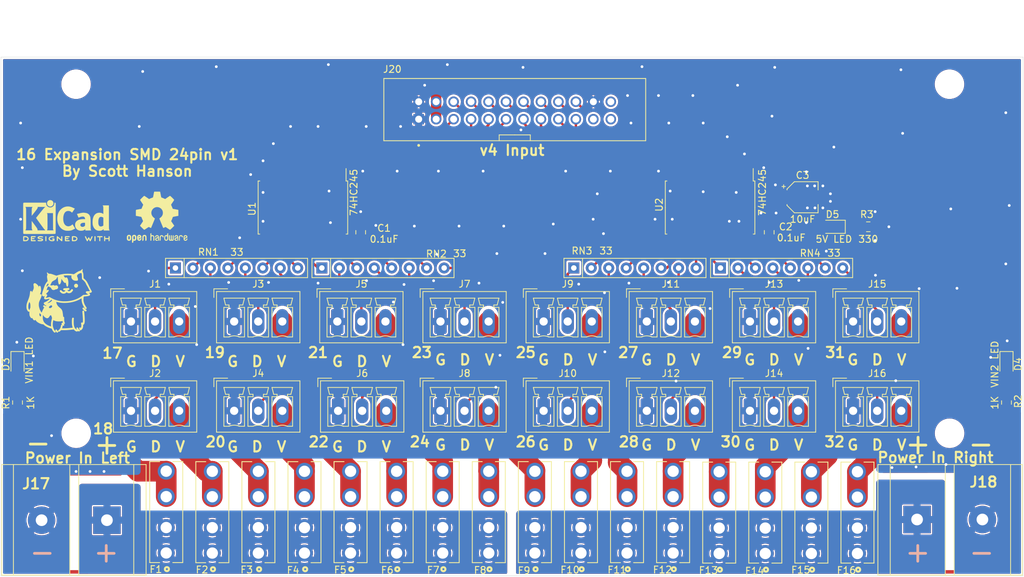
<source format=kicad_pcb>
(kicad_pcb (version 20211014) (generator pcbnew)
  (title_block (title "16 Expansion SMD 24pin") (date "2022-05-09") (rev "v1") (company "Scott Hanson"))
  (layers (0 "F.Cu" signal) (31 "B.Cu" signal) (34 "B.Paste" user) (35 "F.Paste" user) (36 "B.SilkS" user "B.Silkscreen") (37 "F.SilkS" user "F.Silkscreen") (38 "B.Mask" user) (39 "F.Mask" user) (44 "Edge.Cuts" user))
  (net 0 "")
  (net 1 "GND")
  (net 2 "+5V")
  (net 3 "Net-(RN1-Pad4)")
  (net 4 "Net-(RN1-Pad2)")
  (net 5 "Net-(RN2-Pad3)")
  (net 6 "Net-(RN2-Pad1)")
  (net 7 "Net-(RN1-Pad8)")
  (net 8 "Net-(RN1-Pad6)")
  (net 9 "Net-(RN2-Pad7)")
  (net 10 "Net-(RN2-Pad5)")
  (net 11 "VIN1")
  (net 12 "/Output 1-8/VOUT1")
  (net 13 "/Output 1-8/VOUT2")
  (net 14 "/Output 1-8/VOUT3")
  (net 15 "/Output 1-8/VOUT4")
  (net 16 "/Output 1-8/VOUT5")
  (net 17 "/Output 1-8/VOUT6")
  (net 18 "/Output 1-8/VOUT7")
  (net 19 "VIN2")
  (net 20 "/Output 1-8/VOUT8")
  (net 21 "/Output 9-16/VOUT9")
  (net 22 "/Output 9-16/VOUT10")
  (net 23 "/Output 9-16/VOUT11")
  (net 24 "/Output 9-16/VOUT12")
  (net 25 "/Output 9-16/VOUT13")
  (net 26 "/Output 9-16/VOUT14")
  (net 27 "/Output 9-16/VOUT15")
  (net 28 "/Output 9-16/VOUT16")
  (net 29 "/Output 1-8/DOUT1")
  (net 30 "/Output 1-8/DOUT2")
  (net 31 "/Output 1-8/DOUT3")
  (net 32 "/Output 1-8/DOUT4")
  (net 33 "/Output 1-8/DOUT5")
  (net 34 "/Output 1-8/DOUT6")
  (net 35 "/Output 1-8/DOUT7")
  (net 36 "/Output 1-8/DOUT8")
  (net 37 "/Output 9-16/DOUT9")
  (net 38 "/Output 9-16/DOUT10")
  (net 39 "/Output 9-16/DOUT11")
  (net 40 "/Output 9-16/DOUT12")
  (net 41 "/Output 9-16/DOUT13")
  (net 42 "/Output 9-16/DOUT14")
  (net 43 "/Output 9-16/DOUT15")
  (net 44 "/Output 9-16/DOUT16")
  (net 45 "Net-(RN3-Pad8)")
  (net 46 "Net-(RN3-Pad6)")
  (net 47 "Net-(RN3-Pad4)")
  (net 48 "Net-(RN3-Pad2)")
  (net 49 "Net-(RN4-Pad7)")
  (net 50 "Net-(RN4-Pad5)")
  (net 51 "Net-(RN4-Pad3)")
  (net 52 "Net-(RN4-Pad1)")
  (net 53 "OUT32")
  (net 54 "OUT24")
  (net 55 "OUT31")
  (net 56 "OUT23")
  (net 57 "OUT30")
  (net 58 "OUT22")
  (net 59 "OUT21")
  (net 60 "OUT20")
  (net 61 "OUT27")
  (net 62 "OUT19")
  (net 63 "OUT26")
  (net 64 "OUT18")
  (net 65 "OUT25")
  (net 66 "OUT17")
  (net 67 "OUT29")
  (net 68 "OUT28")
  (net 69 "Net-(D3-Pad2)")
  (net 70 "Net-(D4-Pad2)")
  (net 71 "Net-(D5-Pad1)")
  (footprint "Capacitor_SMD:C_0805_2012Metric_Pad1.15x1.40mm_HandSolder" (layer "F.Cu") (at 181.901 103.6178 90)
    (fp_text reference "C2")
    (fp_text value "0.1uF")
  )
  (footprint "Connector_Phoenix_MC:PhoenixContact_MCV_1,5_3-G-3.5_1x03_P3.50mm_Vertical" (layer "F.Cu") (at 89.1 129.6)
    (fp_text reference "J2")
    (fp_text value "String2")
  )
  (footprint "Connector_Phoenix_MC:PhoenixContact_MCV_1,5_3-G-3.5_1x03_P3.50mm_Vertical" (layer "F.Cu") (at 119.1 116.6)
    (fp_text reference "J5")
    (fp_text value "String5")
  )
  (footprint "Connector_Phoenix_MC:PhoenixContact_MCV_1,5_3-G-3.5_1x03_P3.50mm_Vertical" (layer "F.Cu") (at 119.214342 129.6)
    (fp_text reference "J6")
    (fp_text value "String6")
  )
  (footprint "Connector_Phoenix_MC:PhoenixContact_MCV_1,5_3-G-3.5_1x03_P3.50mm_Vertical" (layer "F.Cu") (at 134.1 116.6)
    (fp_text reference "J7")
    (fp_text value "String7")
  )
  (footprint "Connector_Phoenix_MC:PhoenixContact_MCV_1,5_3-G-3.5_1x03_P3.50mm_Vertical" (layer "F.Cu") (at 134.1 129.6)
    (fp_text reference "J8")
    (fp_text value "String8")
  )
  (footprint "Connector_Phoenix_MC:PhoenixContact_MCV_1,5_3-G-3.5_1x03_P3.50mm_Vertical" (layer "F.Cu") (at 149.1 116.6)
    (fp_text reference "J9")
    (fp_text value "String9")
  )
  (footprint "Connector_Phoenix_MC:PhoenixContact_MCV_1,5_3-G-3.5_1x03_P3.50mm_Vertical" (layer "F.Cu") (at 149.1 129.6)
    (fp_text reference "J10")
    (fp_text value "String10")
  )
  (footprint "Connector_Phoenix_MC:PhoenixContact_MCV_1,5_3-G-3.5_1x03_P3.50mm_Vertical" (layer "F.Cu") (at 164.1 116.6)
    (fp_text reference "J11")
    (fp_text value "String11")
  )
  (footprint "Connector_Phoenix_MC:PhoenixContact_MCV_1,5_3-G-3.5_1x03_P3.50mm_Vertical" (layer "F.Cu") (at 164.1 129.6)
    (fp_text reference "J12")
    (fp_text value "String12")
  )
  (footprint "Connector_Phoenix_MC:PhoenixContact_MCV_1,5_3-G-3.5_1x03_P3.50mm_Vertical" (layer "F.Cu") (at 179.1 116.6)
    (fp_text reference "J13")
    (fp_text value "String13")
  )
  (footprint "Connector_Phoenix_MC:PhoenixContact_MCV_1,5_3-G-3.5_1x03_P3.50mm_Vertical" (layer "F.Cu") (at 179.1 129.6)
    (fp_text reference "J14")
    (fp_text value "String14")
  )
  (footprint "Connector_Phoenix_MC:PhoenixContact_MCV_1,5_3-G-3.5_1x03_P3.50mm_Vertical" (layer "F.Cu") (at 194.1 116.6)
    (fp_text reference "J15")
    (fp_text value "String15")
  )
  (footprint "Connector_Phoenix_MC:PhoenixContact_MCV_1,5_3-G-3.5_1x03_P3.50mm_Vertical" (layer "F.Cu") (at 194.1 129.6)
    (fp_text reference "J16")
    (fp_text value "String16")
  )
  (footprint "Keystone_Fuse:FUSE_3544-2" (layer "F.Cu") (at 94.2226 144.3386 90)
    (fp_text reference "F1")
    (fp_text value "3544-2")
  )
  (footprint "Keystone_Fuse:FUSE_3544-2" (layer "F.Cu") (at 134.425198 144.3486 90)
    (fp_text reference "F7")
    (fp_text value "3544-2")
  )
  (footprint "Keystone_Fuse:FUSE_3544-2" (layer "F.Cu") (at 181.328229 144.4136 90)
    (fp_text reference "F14")
    (fp_text value "3544-2")
  )
  (footprint "Capacitor_SMD:C_0805_2012Metric_Pad1.15x1.40mm_HandSolder" (layer "F.Cu") (at 122.501 103.6178 90)
    (fp_text reference "C1")
    (fp_text value "0.1uF")
  )
  (footprint "Keystone_Fuse:FUSE_3544-2" (layer "F.Cu") (at 100.923033 144.3536 90)
    (fp_text reference "F2")
    (fp_text value "3544-2")
  )
  (footprint "Keystone_Fuse:FUSE_3544-2" (layer "F.Cu") (at 127.724765 144.3486 90)
    (fp_text reference "F6")
    (fp_text value "3544-2")
  )
  (footprint "Keystone_Fuse:FUSE_3544-2" (layer "F.Cu") (at 141.125631 144.3486 90)
    (fp_text reference "F8")
    (fp_text value "3544-2")
  )
  (footprint "Keystone_Fuse:FUSE_3544-2" (layer "F.Cu") (at 147.826064 144.3486 90)
    (fp_text reference "F9")
    (fp_text value "3544-2")
  )
  (footprint "Keystone_Fuse:FUSE_3544-2" (layer "F.Cu") (at 154.526497 144.3486 90)
    (fp_text reference "F10")
    (fp_text value "3544-2")
  )
  (footprint "Keystone_Fuse:FUSE_3544-2" (layer "F.Cu") (at 194.7291 144.4136 90)
    (fp_text reference "F16")
    (fp_text value "3544-2")
  )
  (footprint "Keystone_Fuse:FUSE_3544-2" (layer "F.Cu") (at 121.024332 144.3486 90)
    (fp_text reference "F5")
    (fp_text value "3544-2")
  )
  (footprint "Keystone_Fuse:FUSE_3544-2" (layer "F.Cu") (at 107.623466 144.3536 90)
    (fp_text reference "F3")
    (fp_text value "3544-2")
  )
  (footprint "Keystone_Fuse:FUSE_3544-2" (layer "F.Cu") (at 174.627796 144.4136 90)
    (fp_text reference "F13")
    (fp_text value "3544-2")
  )
  (footprint "Resistor_THT:R_Array_SIP8" (layer "F.Cu") (at 95.5615 108.8136)
    (fp_text reference "RN1")
    (fp_text value "33")
  )
  (footprint "Keystone_Fuse:FUSE_3544-2" (layer "F.Cu") (at 161.22693 144.3486 90)
    (fp_text reference "F11")
    (fp_text value "3544-2")
  )
  (footprint "Resistor_THT:R_Array_SIP8" (layer "F.Cu") (at 153.4862 108.8136)
    (fp_text reference "RN3")
    (fp_text value "33")
  )
  (footprint "Resistor_THT:R_Array_SIP8" (layer "F.Cu") (at 174.8126 108.8136)
    (fp_text reference "RN4")
    (fp_text value "33")
  )
  (footprint "Resistor_THT:R_Array_SIP8" (layer "F.Cu") (at 116.8527 108.8136)
    (fp_text reference "RN2")
    (fp_text value "33")
  )
  (footprint "Keystone_Fuse:FUSE_3544-2" (layer "F.Cu") (at 114.323899 144.3536 90)
    (fp_text reference "F4")
    (fp_text value "3544-2")
  )
  (footprint "Connector_Phoenix_MC:PhoenixContact_MCV_1,5_3-G-3.5_1x03_P3.50mm_Vertical" (layer "F.Cu") (at 89.1 116.6)
    (fp_text reference "J1")
    (fp_text value "String1")
  )
  (footprint "Connector_Phoenix_MC:PhoenixContact_MCV_1,5_3-G-3.5_1x03_P3.50mm_Vertical" (layer "F.Cu") (at 104.1 116.6)
    (fp_text reference "J3")
    (fp_text value "String3")
  )
  (footprint "Connector_Phoenix_MC:PhoenixContact_MCV_1,5_3-G-3.5_1x03_P3.50mm_Vertical" (layer "F.Cu") (at 104.1 129.6)
    (fp_text reference "J4")
    (fp_text value "String4")
  )
  (footprint "Keystone_Fuse:FUSE_3544-2" (layer "F.Cu") (at 188.028662 144.4136 90)
    (fp_text reference "F15")
    (fp_text value "3544-2")
  )
  (footprint "Keystone_Fuse:FUSE_3544-2" (layer "F.Cu") (at 167.927363 144.3486 90)
    (fp_text reference "F12")
    (fp_text value "3544-2")
  )
  (footprint "MountingHole:MountingHole_3.7mm" (layer "F.Cu") (at 81.113 82.0666)
    (fp_text reference "REF**")
    (fp_text value "MountingHole_3.7mm")
  )
  (footprint "MountingHole:MountingHole_3.7mm" (layer "F.Cu") (at 208.113 82.0666)
    (fp_text reference "REF**")
    (fp_text value "MountingHole_3.7mm")
  )
  (footprint "LED_SMD:LED_0805_2012Metric_Pad1.15x1.40mm_HandSolder" (layer "F.Cu") (at 72.601 122.831 -90)
    (fp_text reference "D3")
    (fp_text value "VIN1 LED")
  )
  (footprint "Resistor_SMD:R_0805_2012Metric_Pad1.15x1.40mm_HandSolder" (layer "F.Cu") (at 72.601 128.392 -90)
    (fp_text reference "R1")
    (fp_text value "1K")
  )
  (footprint "LED_SMD:LED_0805_2012Metric_Pad1.15x1.40mm_HandSolder" (layer "F.Cu") (at 191.101 102.8178 180)
    (fp_text reference "D5")
    (fp_text value "5V LED")
  )
  (footprint "Resistor_SMD:R_0805_2012Metric_Pad1.15x1.40mm_HandSolder" (layer "F.Cu") (at 196.301 102.8178 180)
    (fp_text reference "R3")
    (fp_text value "330")
  )
  (footprint "Symbol:OSHW-Logo2_9.8x8mm_SilkScreen" (layer "F.Cu") (at 92.901 101.4178)
    (fp_text reference "REF**" hide)
    (fp_text value "OSHW-Logo2_9.8x8mm_SilkScreen" hide)
  )
  (footprint "Symbol:KiCad-Logo2_5mm_SilkScreen" (layer "F.Cu") (at 79.701 101.9178)
    (fp_text reference "REF**" hide)
    (fp_text value "KiCad-Logo2_5mm_SilkScreen" hide)
  )
  (footprint "Barrier_Blocks:BARRIER_BLOCK_1ROW_2POS_P9.5MM" (layer "F.Cu") (at 91.301 137.4178 180)
    (fp_text reference "J17")
    (fp_text value "Power In Left")
  )
  (footprint "MountingHole:MountingHole_3.7mm" (layer "F.Cu") (at 208.1276 132.8666)
    (fp_text reference "REF**")
    (fp_text value "MountingHole_3.7mm")
  )
  (footprint "Barrier_Blocks:BARRIER_BLOCK_1ROW_2POS_P9.5MM" (layer "F.Cu") (at 197.701 153.5178)
    (fp_text reference "J18")
    (fp_text value "Power In Right")
  )
  (footprint "Resistor_SMD:R_0805_2012Metric_Pad1.15x1.40mm_HandSolder" (layer "F.Cu") (at 216.401 128.392 -90)
    (fp_text reference "R2")
    (fp_text value "1K")
  )
  (footprint "LED_SMD:LED_0805_2012Metric_Pad1.15x1.40mm_HandSolder" (layer "F.Cu") (at 216.401 122.831 -90)
    (fp_text reference "D4")
    (fp_text value "VIN2 LED")
  )
  (footprint "302-S241:OST_302-S241" (layer "F.Cu") (at 144.901 85.8903)
    (fp_text reference "J20")
    (fp_text value "v4 Input")
  )
  (footprint "Package_SO:SOIC-20W_7.5x12.8mm_P1.27mm" (layer "F.Cu") (at 173.301 100.0178 -90)
    (fp_text reference "U2")
    (fp_text value "74HC245")
  )
  (footprint "Package_SO:SOIC-20W_7.5x12.8mm_P1.27mm" (layer "F.Cu") (at 114.101 100.0178 -90)
    (fp_text reference "U1")
    (fp_text value "74HC245")
  )
  (footprint "Scotts:chewi_15" (layer "F.Cu") (at 78.441 112.4378)
    (fp_text reference "G***")
    (fp_text value "LOGO" hide)
  )
  (footprint "MountingHole:MountingHole_3.7mm" (layer "F.Cu") (at 81.1276 132.8666)
    (fp_text reference "REF**")
    (fp_text value "MountingHole_3.7mm")
  )
  (footprint "Capacitor_SMD:CP_Elec_4x5.3" (layer "F.Cu") (at 186.751 98.5178)
    (fp_text reference "C3")
    (fp_text value "10uF")
  )
  (gr_line (start 218.801 153.6178) (end 218.801 78.1178) (layer "Edge.Cuts") (width 0.05))
  (gr_line (start 70.201 78.1178) (end 70.201 153.6178) (layer "Edge.Cuts") (width 0.05))
  (gr_line (start 218.801 78.1178) (end 70.201 78.1178) (layer "Edge.Cuts") (width 0.05))
  (gr_line (start 218.801 153.6178) (end 70.201 153.6178) (layer "Edge.Cuts") (width 0.05))
  (gr_text "-" (at 76.201 150.1178) (layer "B.SilkS") (effects (font (size 3 3) (thickness 0.4)) (justify mirror)))
  (gr_text "+" (at 85.501 150.1178) (layer "B.SilkS") (effects (font (size 3 3) (thickness 0.4)) (justify mirror)))
  (gr_text "+" (at 203.501 150.1178) (layer "B.SilkS") (effects (font (size 3 3) (thickness 0.4)) (justify mirror)))
  (gr_text "-" (at 212.801 150.1178) (layer "B.SilkS") (effects (font (size 3 3) (thickness 0.4)) (justify mirror)))
  (gr_text "G" (at 103.886 134.828) (layer "F.SilkS") (effects (font (size 1.5 1.5) (thickness 0.3))))
  (gr_text "D" (at 122.682 134.828) (layer "F.SilkS") (effects (font (size 1.5 1.5) (thickness 0.3))))
  (gr_text "V" (at 171.196 134.574) (layer "F.SilkS") (effects (font (size 1.5 1.5) (thickness 0.3))))
  (gr_text "D" (at 167.64 134.574) (layer "F.SilkS") (effects (font (size 1.5 1.5) (thickness 0.3))))
  (gr_text "V" (at 186.182 134.574) (layer "F.SilkS") (effects (font (size 1.5 1.5) (thickness 0.3))))
  (gr_text "G" (at 119.126 134.828) (layer "F.SilkS") (effects (font (size 1.5 1.5) (thickness 0.3))))
  (gr_text "G" (at 179.07 134.574) (layer "F.SilkS") (effects (font (size 1.5 1.5) (thickness 0.3))))
  (gr_text "V" (at 201.168 134.574) (layer "F.SilkS") (effects (font (size 1.5 1.5) (thickness 0.3))))
  (gr_text "D" (at 197.612 134.574) (layer "F.SilkS") (effects (font (size 1.5 1.5) (thickness 0.3))))
  (gr_text "G" (at 194.056 134.574) (layer "F.SilkS") (effects (font (size 1.5 1.5) (thickness 0.3))))
  (gr_text "D" (at 137.668 134.574) (layer "F.SilkS") (effects (font (size 1.5 1.5) (thickness 0.3))))
  (gr_text "D" (at 107.442 134.828) (layer "F.SilkS") (effects (font (size 1.5 1.5) (thickness 0.3))))
  (gr_text "D" (at 182.626 134.574) (layer "F.SilkS") (effects (font (size 1.5 1.5) (thickness 0.3))))
  (gr_text "V" (at 96.266 134.828) (layer "F.SilkS") (effects (font (size 1.5 1.5) (thickness 0.3))))
  (gr_text "V" (at 156.21 134.574) (layer "F.SilkS") (effects (font (size 1.5 1.5) (thickness 0.3))))
  (gr_text "G" (at 149.098 134.574) (layer "F.SilkS") (effects (font (size 1.5 1.5) (thickness 0.3))))
  (gr_text "G" (at 134.112 134.574) (layer "F.SilkS") (effects (font (size 1.5 1.5) (thickness 0.3))))
  (gr_text "V" (at 110.998 134.828) (layer "F.SilkS") (effects (font (size 1.5 1.5) (thickness 0.3))))
  (gr_text "G" (at 89.154 134.828) (layer "F.SilkS") (effects (font (size 1.5 1.5) (thickness 0.3))))
  (gr_text "D" (at 92.71 134.828) (layer "F.SilkS") (effects (font (size 1.5 1.5) (thickness 0.3))))
  (gr_text "V" (at 141.224 134.574) (layer "F.SilkS") (effects (font (size 1.5 1.5) (thickness 0.3))))
  (gr_text "V" (at 126.238 134.828) (layer "F.SilkS") (effects (font (size 1.5 1.5) (thickness 0.3))))
  (gr_text "D" (at 152.654 134.574) (layer "F.SilkS") (effects (font (size 1.5 1.5) (thickness 0.3))))
  (gr_text "G" (at 164.084 134.574) (layer "F.SilkS") (effects (font (size 1.5 1.5) (thickness 0.3))))
  (gr_text "D" (at 92.71 122.428) (layer "F.SilkS") (effects (font (size 1.5 1.5) (thickness 0.3))))
  (gr_text "G" (at 89.154 122.428) (layer "F.SilkS") (effects (font (size 1.5 1.5) (thickness 0.3))))
  (gr_text "V" (at 96.266 122.428) (layer "F.SilkS") (effects (font (size 1.5 1.5) (thickness 0.3))))
  (gr_text "+" (at 203.541 134.3658) (layer "F.SilkS") (effects (font (size 3 3) (thickness 0.4))))
  (gr_text "${TITLE} ${REVISION}\nBy ${COMPANY}\n" (at 88.551 93.5178) (layer "F.SilkS") (effects (font (size 1.5 1.5) (thickness 0.3))))
  (gr_text "17" (at 86.401 121.2178) (layer "F.SilkS") (effects (font (size 1.5 1.5) (thickness 0.3))))
  (gr_text "22" (at 116.401 134.1178) (layer "F.SilkS") (effects (font (size 1.5 1.5) (thickness 0.3))))
  (gr_text "31" (at 191.501 121.1178) (layer "F.SilkS") (effects (font (size 1.5 1.5) (thickness 0.3))))
  (gr_text "V" (at 110.998 122.428) (layer "F.SilkS") (effects (font (size 1.5 1.5) (thickness 0.3))))
  (gr_text "-" (at 212.685 134.3658) (layer "F.SilkS") (effects (font (size 3 3) (thickness 0.4))))
  (gr_text "23" (at 131.401 121.1178) (layer "F.SilkS") (effects (font (size 1.5 1.5) (thickness 0.3))))
  (gr_text "V" (at 126.238 122.428) (layer "F.SilkS") (effects (font (size 1.5 1.5) (thickness 0.3))))
  (gr_text "25" (at 146.501 121.1178) (layer "F.SilkS") (effects (font (size 1.5 1.5) (thickness 0.3))))
  (gr_text "V" (at 141.224 122.174) (layer "F.SilkS") (effects (font (size 1.5 1.5) (thickness 0.3))))
  (gr_text "G" (at 164.084 122.174) (layer "F.SilkS") (effects (font (size 1.5 1.5) (thickness 0.3))))
  (gr_text "D" (at 197.612 122.174) (layer "F.SilkS") (effects (font (size 1.5 1.5) (thickness 0.3))))
  (gr_text "18" (at 85.051 132.2178) (layer "F.SilkS") (effects (font (size 1.5 1.5) (thickness 0.3))))
  (gr_text "G" (at 194.056 122.174) (layer "F.SilkS") (effects (font (size 1.5 1.5) (thickness 0.3))))
  (gr_text "G" (at 179.07 122.174) (layer "F.SilkS") (effects (font (size 1.5 1.5) (thickness 0.3))))
  (gr_text "29" (at 176.501 121.1178) (layer "F.SilkS") (effects (font (size 1.5 1.5) (thickness 0.3))))
  (gr_text "27" (at 161.401 121.1178) (layer "F.SilkS") (effects (font (size 1.5 1.5) (thickness 0.3))))
  (gr_text "30" (at 176.301 134.1178) (layer "F.SilkS") (effects (font (size 1.5 1.5) (thickness 0.3))))
  (gr_text "+" (at 85.601 134.4178) (layer "F.SilkS") (effects (font (size 3 3) (thickness 0.4))))
  (gr_text "V" (at 156.21 122.174) (layer "F.SilkS") (effects (font (size 1.5 1.5) (thickness 0.3))))
  (gr_text "D" (at 152.654 122.174) (layer "F.SilkS") (effects (font (size 1.5 1.5) (thickness 0.3))))
  (gr_text "D" (at 107.442 122.428) (layer "F.SilkS") (effects (font (size 1.5 1.5) (thickness 0.3))))
  (gr_text "V" (at 186.182 122.174) (layer "F.SilkS") (effects (font (size 1.5 1.5) (thickness 0.3))))
  (gr_text "G" (at 119.126 122.428) (layer "F.SilkS") (effects (font (size 1.5 1.5) (thickness 0.3))))
  (gr_text "26" (at 146.501 134.1178) (layer "F.SilkS") (effects (font (size 1.5 1.5) (thickness 0.3))))
  (gr_text "-" (at 75.601 134.2178) (layer "F.SilkS") (effects (font (size 3 3) (thickness 0.4))))
  (gr_text "G" (at 134.112 122.174) (layer "F.SilkS") (effects (font (size 1.5 1.5) (thickness 0.3))))
  (gr_text "V" (at 171.196 122.174) (layer "F.SilkS") (effects (font (size 1.5 1.5) (thickness 0.3))))
  (gr_text "D" (at 122.682 122.428) (layer "F.SilkS") (effects (font (size 1.5 1.5) (thickness 0.3))))
  (gr_text "28" (at 161.501 134.1178) (layer "F.SilkS") (effects (font (size 1.5 1.5) (thickness 0.3))))
  (gr_text "21" (at 116.301 121.1178) (layer "F.SilkS") (effects (font (size 1.5 1.5) (thickness 0.3))))
  (gr_text "D" (at 182.626 122.174) (layer "F.SilkS") (effects (font (size 1.5 1.5) (thickness 0.3))))
  (gr_text "D" (at 167.64 122.174) (layer "F.SilkS") (effects (font (size 1.5 1.5) (thickness 0.3))))
  (gr_text "32" (at 191.401 134.1178) (layer "F.SilkS") (effects (font (size 1.5 1.5) (thickness 0.3))))
  (gr_text "24" (at 131.101 134.1178) (layer "F.SilkS") (effects (font (size 1.5 1.5) (thickness 0.3))))
  (gr_text "D" (at 137.668 122.174) (layer "F.SilkS") (effects (font (size 1.5 1.5) (thickness 0.3))))
  (gr_text "V" (at 201.168 122.174) (layer "F.SilkS") (effects (font (size 1.5 1.5) (thickness 0.3))))
  (gr_text "20" (at 101.401 134.1178) (layer "F.SilkS") (effects (font (size 1.5 1.5) (thickness 0.3))))
  (gr_text "G" (at 103.886 122.428) (layer "F.SilkS") (effects (font (size 1.5 1.5) (thickness 0.3))))
  (gr_text "19" (at 101.301 121.1178) (layer "F.SilkS") (effects (font (size 1.5 1.5) (thickness 0.3))))
  (gr_text "G" (at 149.098 122.174) (layer "F.SilkS") (effects (font (size 1.5 1.5) (thickness 0.3))))
  (via (at 98.651 119.9678) (size 0.8) (drill 0.4) (layers "F.Cu" "B.Cu") (net 1))
  (via (at 158.001 121.0178) (size 0.8) (drill 0.4) (layers "F.Cu" "B.Cu") (net 1))
  (via (at 177.101 97.8178) (size 0.8) (drill 0.4) (layers "F.Cu" "B.Cu") (net 1))
  (via (at 203.701 111.8178) (size 0.8) (drill 0.4) (layers "F.Cu" "B.Cu") (net 1))
  (via (at 216.301 108.2178) (size 0.8) (drill 0.4) (layers "F.Cu" "B.Cu") (net 1))
  (via (at 161.301 83.7178) (size 0.8) (drill 0.4) (layers "F.Cu" "B.Cu") (net 1))
  (via (at 123.351 110.6678) (size 0.8) (drill 0.4) (layers "F.Cu" "B.Cu") (net 1))
  (via (at 123.301 88.2178) (size 0.8) (drill 0.4) (layers "F.Cu" "B.Cu") (net 1))
  (via (at 73.051 101.7178) (size 0.8) (drill 0.4) (layers "F.Cu" "B.Cu") (net 1))
  (via (at 146.101 79.6178) (size 0.8) (drill 0.4) (layers "F.Cu" "B.Cu") (net 1))
  (via (at 116.301 88.2178) (size 0.8) (drill 0.4) (layers "F.Cu" "B.Cu") (net 1))
  (via (at 108.301 93.2178) (size 0.8) (drill 0.4) (layers "F.Cu" "B.Cu") (net 1))
  (via (at 84.551 110.2178) (size 0.8) (drill 0.4) (layers "F.Cu" "B.Cu") (net 1))
  (via (at 187.451 96.8678) (size 0.8) (drill 0.4) (layers "F.Cu" "B.Cu") (net 1))
  (via (at 133.551 106.8178) (size 0.8) (drill 0.4) (layers "F.Cu" "B.Cu") (net 1))
  (via (at 167.251 110.9178) (size 0.8) (drill 0.4) (layers "F.Cu" "B.Cu") (net 1))
  (via (at 136.801 102.7178) (size 0.8) (drill 0.4) (layers "F.Cu" "B.Cu") (net 1))
  (via (at 182.701 79.6178) (size 0.8) (drill 0.4) (layers "F.Cu" "B.Cu") (net 1))
  (via (at 189.701 100.0678) (size 0.8) (drill 0.4) (layers "F.Cu" "B.Cu") (net 1))
  (via (at 142.151 126.1678) (size 0.8) (drill 0.4) (layers "F.Cu" "B.Cu") (net 1))
  (via (at 124.701 102.6178) (size 0.8) (drill 0.4) (layers "F.Cu" "B.Cu") (net 1))
  (via (at 199.301 102.8178) (size 0.8) (drill 0.4) (layers "F.Cu" "B.Cu") (net 1))
  (via (at 178.301 92.2178) (size 0.8) (drill 0.4) (layers "F.Cu" "B.Cu") (net 1))
  (via (at 216.301 86.2178) (size 0.8) (drill 0.4) (layers "F.Cu" "B.Cu") (net 1))
  (via (at 154.201 111.1678) (size 0.8) (drill 0.4) (layers "F.Cu" "B.Cu") (net 1))
  (via (at 197.351 109.8678) (size 0.8) (drill 0.4) (layers "F.Cu" "B.Cu") (net 1))
  (via (at 156.901 98.0178) (size 0.8) (drill 0.4) (layers "F.Cu" "B.Cu") (net 1))
  (via (at 173.301 114.7178) (size 0.8) (drill 0.4) (layers "F.Cu" "B.Cu") (net 1))
  (via (at 108.301 102.0178) (size 0.8) (drill 0.4) (layers "F.Cu" "B.Cu") (net 1))
  (via (at 189.701 96.8678) (size 0.8) (drill 0.4) (layers "F.Cu" "B.Cu") (net 1))
  (via (at 161.801 87.7178) (size 0.8) (drill 0.4) (layers "F.Cu" "B.Cu") (net 1))
  (via (at 90.801 80.2178) (size 0.8) (drill 0.4) (layers "F.Cu" "B.Cu") (net 1))
  (via (at 81.113 138.4298) (size 0.8) (drill 0.4) (layers "F.Cu" "B.Cu") (net 1))
  (via (at 175.801 89.7178) (size 0.8) (drill 0.4) (layers "F.Cu" "B.Cu") (net 1))
  (via (at 170.801 83.7178) (size 0.8) (drill 0.4) (layers "F.Cu" "B.Cu") (net 1))
  (via (at 150.501 102.4178) (size 0.8) (drill 0.4) (layers "F.Cu" "B.Cu") (net 1))
  (via (at 116.301 111.0178) (size 0.8) (drill 0.4) (layers "F.Cu" "B.Cu") (net 1))
  (via (at 216.501 119.4178) (size 0.8) (drill 0.4) (layers "F.Cu" "B.Cu") (net 1))
  (via (at 203.251 137.7678) (size 0.8) (drill 0.4) (layers "F.Cu" "B.Cu") (net 1))
  (via (at 135.101 79.2178) (size 0.8) (drill 0.4) (layers "F.Cu" "B.Cu") (net 1))
  (via (at 108.301 97.8178) (size 0.8) (drill 0.4) (layers "F.Cu" "B.Cu") (net 1))
  (via (at 161.501 111.0178) (size 0.8) (drill 0.4) (layers "F.Cu" "B.Cu") (net 1))
  (via (at 73.301 109.2178) (size 0.8) (drill 0.4) (layers "F.Cu" "B.Cu") (net 1))
  (via (at 216.801 99.7178) (size 0.8) (drill 0.4) (layers "F.Cu" "B.Cu") (net 1))
  (via (at 133.801 94.7178) (size 0.8) (drill 0.4) (layers "F.Cu" "B.Cu") (net 1))
  (via (at 197.301 104.8178) (size 0.8) (drill 0.4) (layers "F.Cu" "B.Cu") (net 1))
  (via (at 133.101 110.6678) (size 0.8) (drill 0.4) (layers "F.Cu" "B.Cu") (net 1))
  (via (at 145.801 88.7178) (size 0.8) (drill 0.4) (layers "F.Cu" "B.Cu") (net 1))
  (via (at 109.801 90.7178) (size 0.8) (drill 0.4) (layers "F.Cu" "B.Cu") (net 1))
  (via (at 188.501 96.8678) (size 0.8) (drill 0.4) (layers "F.Cu" "B.Cu") (net 1))
  (via (at 156.301 101.7178) (size 0.8) (drill 0.4) (layers "F.Cu" "B.Cu") (net 1))
  (via (at 128.301 88.2178) (size 0.8) (drill 0.4) (layers "F.Cu" "B.Cu") (net 1))
  (via (at 109.101 110.9178) (size 0.8) (drill 0.4) (layers "F.Cu" "B.Cu") (net 1))
  (via (at 176.101 102.0178) (size 0.8) (drill 0.4) (layers "F.Cu" "B.Cu") (net 1))
  (via (at 201.301 89.2178) (size 0.8) (drill 0.4) (layers "F.Cu" "B.Cu") (net 1))
  (via (at 143.301 102.7178) (size 0.8) (drill 0.4) (layers "F.Cu" "B.Cu") (net 1))
  (via (at 181.101 94.2178) (size 0.8) (drill 0.4) (layers "F.Cu" "B.Cu") (net 1))
  (via (at 167.801 101.7178) (size 0.8) (drill 0.4) (layers "F.Cu" "B.Cu") (net 1))
  (via (at 149.301 106.7178) (size 0.8) (drill 0.4) (layers "F.Cu" "B.Cu") (net 1))
  (via (at 130.301 102.7178) (size 0.8) (drill 0.4) (layers "F.Cu" "B.Cu") (net 1))
  (via (at 188.551 100.0678) (size 0.8) (drill 0.4) (layers "F.Cu" "B.Cu") (net 1))
  (via (at 186.201 110.6178) (size 0.8) (drill 0.4) (layers "F.Cu" "B.Cu") (net 1))
  (via (at 201.051 79.9678) (size 0.8) (drill 0.4) (layers "F.Cu" "B.Cu") (net 1))
  (via (at 73.051 87.7178) (size 0.8) (drill 0.4) (layers "F.Cu" "B.Cu") (net 1))
  (via (at 94.601 111.1678) (size 0.8) (drill 0.4) (layers "F.Cu" "B.Cu") (net 1))
  (via (at 72.501 119.6178) (size 0.8) (drill 0.4) (layers "F.Cu" "B.Cu") (net 1))
  (via (at 165.301 101.7178) (size 0.8) (drill 0.4) (layers "F.Cu" "B.Cu") (net 1))
  (via (at 127.251 113.7678) (size 0.8) (drill 0.4) (layers "F.Cu" "B.Cu") (net 1))
  (via (at 180.701 100.8178) (size 0.8) (drill 0.4) (layers "F.Cu" "B.Cu") (net 1))
  (via (at 191.301 91.2178) (size 0.8) (drill 0.4) (layers "F.Cu" "B.Cu") (net 1))
  (via (at 165.801 94.7178) (size 0.8) (drill 0.4) (layers "F.Cu" "B.Cu") (net 1))
  (via (at 127.801 94.7178) (size 0.8) (drill 0.4) (layers "F.Cu" "B.Cu") (net 1))
  (via (at 187.301 102.2178) (size 0.8) (drill 0.4) (layers "F.Cu" "B.Cu") (net 1))
  (via (at 182.901 100.8178) (size 0.8) (drill 0.4) (layers "F.Cu" "B.Cu") (net 1))
  (via (at 118.101 102.2178) (size 0.8) (drill 0.4) (layers "F.Cu" "B.Cu") (net 1))
  (via (at 209.201 111.7678) (size 0.8) (drill 0.4) (layers "F.Cu" "B.Cu") (net 1))
  (via (at 104.901 104.4178) (size 0.8) (drill 0.4) (layers "F.Cu" "B.Cu") (net 1))
  (via (at 207.605 137.4138) (size 0.8) (drill 0.4) (layers "F.Cu" "B.Cu") (net 1))
  (via (at 139.701 111.0178) (size 0.8) (drill 0.4) (layers "F.Cu" "B.Cu") (net 1))
  (via (at 98.451 114.4178) (size 0.8) (drill 0.4) (layers "F.Cu" "B.Cu") (net 1))
  (via (at 157.951 112.4178) (size 0.8) (drill 0.4) (layers "F.Cu" "B.Cu") (net 1))
  (via (at 187.551 120.5178) (size 0.8) (drill 0.4) (layers "F.Cu" "B.Cu") (net 1))
  (via (at 140.301 94.7178) (size 0.8) (drill 0.4) (layers "F.Cu" "B.Cu") (net 1))
  (via (at 187.451 100.0678) (size 0.8) (drill 0.4) (layers "F.Cu" "B.Cu") (net 1))
  (via (at 181.901 110.9178) (size 0.8) (drill 0.4) (layers "F.Cu" "B.Cu") (net 1))
  (via (at 106.501 95.2178) (size 0.8) (drill 0.4) (layers "F.Cu" "B.Cu") (net 1))
  (via (at 143.151 113.8178) (size 0.8) (drill 0.4) (layers "F.Cu" "B.Cu") (net 1))
  (via (at 167.501 97.6178) (size 0.8) (drill 0.4) (layers "F.Cu" "B.Cu") (net 1))
  (via (at 128.651 119.9678) (size 0.8) (drill 0.4) (layers "F.Cu" "B.Cu") (net 1))
  (via (at 190.801 99.1178) (size 0.8) (drill 0.4) (layers "F.Cu" "B.Cu") (net 1))
  (via (at 168.351 125.2678) (size 0.8) (drill 0.4) (layers "F.Cu" "B.Cu") (net 1))
  (via (at 167.301 87.7178) (size 0.8) (drill 0.4) (layers "F.Cu" "B.Cu") (net 1))
  (via (at 74.901 121.6178) (size 0.8) (drill 0.4) (layers "F.Cu" "B.Cu") (net 1))
  (via (at 142.751 121.5178) (size 0.8) (drill 0.4) (layers "F.Cu" "B.Cu") (net 1))
  (via (at 117.801 79.2178) (size 0.8) (drill 0.4) (layers "F.Cu" "B.Cu") (net 1))
  (via (at 165.801 83.7178) (size 0.8) (drill 0.4) (layers "F.Cu" "B.Cu") (net 1))
  (via (at 158.801 94.7178) (size 0.8) (drill 0.4) (layers "F.Cu" "B.Cu") (net 1))
  (via (at 172.301 87.7178) (size 0.8) (drill 0.4) (layers "F.Cu" "B.Cu") (net 1))
  (via (at 128.801 111.2178) (size 0.8) (drill 0.4) (layers "F.Cu" "B.Cu") (net 1))
  (via (at 157.801 103.8178) (size 0.8) (drill 0.4) (layers "F.Cu" "B.Cu") (net 1))
  (via (at 182.301 86.7178) (size 0.8) (drill 0.4) (layers "F.Cu" "B.Cu") (net 1))
  (via (at 190.201 106.3678) (size 0.8) (drill 0.4) (layers "F.Cu" "B.Cu") (net 1))
  (via (at 122.801 94.7178) (size 0.8) (drill 0.4) (layers "F.Cu" "B.Cu") (net 1))
  (via (at 172.301 97.7178) (size 0.8) (drill 0.4) (layers "F.Cu" "B.Cu") (net 1))
  (via (at 101.501 79.5178) (size 0.8) (drill 0.4) (layers "F.Cu" "B.Cu") (net 1))
  (via (at 83.145 138.4298) (size 0.8) (drill 0.4) (layers "F.Cu" "B.Cu") (net 1))
  (via (at 182.801 96.7178) (size 0.8) (drill 0.4) (layers "F.Cu" "B.Cu") (net 1))
  (via (at 208.301 100.2178) (size 0.8) (drill 0.4) (layers "F.Cu" "B.Cu") (net 1))
  (via (at 73.301 94.2178) (size 0.8) (drill 0.4) (layers "F.Cu" "B.Cu") (net 1))
  (via (at 163.401 79.5178) (size 0.8) (drill 0.4) (layers "F.Cu" "B.Cu") (net 1))
  (via (at 199.751 137.8678) (size 0.8) (drill 0.4) (layers "F.Cu" "B.Cu") (net 1))
  (via (at 90.301 88.2178) (size 0.8) (drill 0.4) (layers "F.Cu" "B.Cu") (net 1))
  (via (at 200.301 125.2178) (size 0.8) (drill 0.4) (layers "F.Cu" "B.Cu") (net 1))
  (via (at 190.801 98.0178) (size 0.8) (drill 0.4) (layers "F.Cu" "B.Cu") (net 1))
  (via (at 187.301 94.8178) (size 0.8) (drill 0.4) (layers "F.Cu" "B.Cu") (net 1))
  (via (at 103.301 110.9178) (size 0.8) (drill 0.4) (layers "F.Cu" "B.Cu") (net 1))
  (via (at 177.501 102.0178) (size 0.8) (drill 0.4) (layers "F.Cu" "B.Cu") (net 1))
  (via (at 85.177 138.4298) (size 0.8) (drill 0.4) (layers "F.Cu" "B.Cu") (net 1))
  (via (at 77.551 133.2178) (size 0.8) (drill 0.4) (layers "F.Cu" "B.Cu") (net 1))
  (via (at 142.301 106.7178) (size 0.8) (drill 0.4) (layers "F.Cu" "B.Cu") (net 1))
  (via (at 197.301 100.6178) (size 0.8) (drill 0.4) (layers "F.Cu" "B.Cu") (net 1))
  (via (at 177.301 82.2178) (size 0.8) (drill 0.4) (layers "F.Cu" "B.Cu") (net 1))
  (via (at 112.301 88.2178) (size 0.8) (drill 0.4) (layers "F.Cu" "B.Cu") (net 1))
  (via (at 91.651 109.2678) (size 0.8) (drill 0.4) (layers "F.Cu" "B.Cu") (net 1))
  (via (at 122.501 100.6178) (size 0.8) (drill 0.4) (layers "F.Cu" "B.Cu") (net 1))
  (via (at 131.801 82.2178) (size 0.8) (drill 0.4) (layers "F.Cu" "B.Cu") (net 1))
  (via (at 117.901 97.6178) (size 0.8) (drill 0.4) (layers "F.Cu" "B.Cu") (net 1))
  (via (at 214.101 121.8178) (size 0.8) (drill 0.4) (layers "F.Cu" "B.Cu") (net 1))
  (via (at 152.301 94.7178) (size 0.8) (drill 0.4) (layers "F.Cu" "B.Cu") (net 1))
  (segment (start 179.016 102.3328) (end 179.016 104.6678) (width 1) (layer "F.Cu") (net 2))
  (segment (start 181.876 104.6678) (end 181.901 104.6428) (width 1) (layer "F.Cu") (net 2))
  (segment (start 119.816 104.6678) (end 122.476 104.6678) (width 1) (layer "F.Cu") (net 2))
  (segment (start 122.476 104.6678) (end 122.501 104.6428) (width 1) (layer "F.Cu") (net 2))
  (segment (start 184.926 93.7928) (end 184.926 104.6428) (width 1.5) (layer "F.Cu") (net 2))
  (segment (start 172.951 81.8178) (end 184.926 93.7928) (width 1.5) (layer "F.Cu") (net 2))
  (segment (start 181.901 104.6428) (end 184.926 104.6428) (width 1) (layer "F.Cu") (net 2))
  (segment (start 179.016 95.3678) (end 179.016 102.3328) (width 1) (layer "F.Cu") (net 2))
  (segment (start 133.471 83.538427) (end 135.191627 81.8178) (width 1.5) (layer "F.Cu") (net 2))
  (segment (start 119.816 95.3678) (end 119.816 104.6678) (width 1) (layer "F.Cu") (net 2))
  (segment (start 179.016 100.0178) (end 179.016 102.3328) (width 1) (layer "F.Cu") (net 2))
  (segment (start 179.016 104.6678) (end 181.876 104.6678) (width 1) (layer "F.Cu") (net 2))
  (segment (start 155.701 100.0178) (end 179.016 100.0178) (width 1) (layer "F.Cu") (net 2))
  (segment (start 184.926 104.6428) (end 188.251 104.6428) (width 1) (layer "F.Cu") (net 2))
  (segment (start 135.191627 81.8178) (end 172.951 81.8178) (width 1.5) (layer "F.Cu") (net 2))
  (segment (start 151.076 104.6428) (end 155.701 100.0178) (width 1) (layer "F.Cu") (net 2))
  (segment (start 133.471 87.1603) (end 133.471 84.6203) (width 1.5) (layer "F.Cu") (net 2))
  (segment (start 122.501 104.6428) (end 151.076 104.6428) (width 1) (layer "F.Cu") (net 2))
  (segment (start 133.471 84.6203) (end 133.471 83.538427) (width 1.5) (layer "F.Cu") (net 2))
  (segment (start 188.251 104.6428) (end 190.076 102.8178) (width 1) (layer "F.Cu") (net 2))
  (segment (start 104.7343 107.2608) (end 103.1815 108.8136) (width 0.35) (layer "F.Cu") (net 3))
  (segment (start 109.501 106.2178) (end 109.501 104.8228) (width 0.35) (layer "F.Cu") (net 3))
  (segment (start 108.458 107.2608) (end 104.7343 107.2608) (width 0.35) (layer "F.Cu") (net 3))
  (segment (start 109.501 104.8228) (end 109.656 104.6678) (width 0.35) (layer "F.Cu") (net 3))
  (segment (start 109.501 106.2178) (end 108.458 107.2608) (width 0.35) (layer "F.Cu") (net 3))
  (segment (start 105.093 106.6258) (end 100.2893 106.6258) (width 0.35) (layer "F.Cu") (net 4))
  (segment (start 108.336 104.6178) (end 108.386 104.6678) (width 0.35) (layer "F.Cu") (net 4))
  (segment (start 100.2893 106.6258) (end 98.1015 108.8136) (width 0.35) (layer "F.Cu") (net 4))
  (segment (start 107.101 104.6178) (end 105.093 106.6258) (width 0.35) (layer "F.Cu") (net 4))
  (segment (start 107.101 104.6178) (end 108.336 104.6178) (width 0.35) (layer "F.Cu") (net 4))
  (segment (start 114.736 104.6678) (end 114.736 105.8528) (width 0.35) (layer "F.Cu") (net 5))
  (segment (start 114.736 105.8528) (end 116.301 107.4178) (width 0.35) (layer "F.Cu") (net 5))
  (segment (start 116.301 107.4178) (end 120.5369 107.4178) (width 0.35) (layer "F.Cu") (net 5))
  (segment (start 120.5369 107.4178) (end 121.9327 108.8136) (width 0.35) (layer "F.Cu") (net 5))
  (segment (start 113.466 104.6678) (end 113.466 105.9828) (width 0.35) (layer "F.Cu") (net 6))
  (segment (start 116.2968 108.8136) (end 116.8527 108.8136) (width 0.35) (layer "F.Cu") (net 6))
  (segment (start 113.466 105.9828) (end 116.2968 108.8136) (width 0.35) (layer "F.Cu") (net 6))
  (segment (start 113.3415 108.8136) (end 112.196 107.6681) (width 0.35) (layer "F.Cu") (net 7))
  (segment (start 112.196 107.6681) (end 112.196 104.6678) (width 0.35) (layer "F.Cu") (net 7))
  (segment (start 108.2615 108.8136) (end 110.926 106.1491) (width 0.35) (layer "F.Cu") (net 8))
  (segment (start 110.926 106.1491) (end 110.926 104.6678) (width 0.35) (layer "F.Cu") (net 8))
  (segment (start 117.900978 106.317778) (end 117.276 105.6928) (width 0.35) (layer "F.Cu") (net 9))
  (segment (start 117.276 105.6928) (end 117.276 104.6678) (width 0.35) (layer "F.Cu") (net 9))
  (segment (start 129.596878 106.317778) (end 117.900978 106.317778) (width 0.35) (layer "F.Cu") (net 9))
  (segment (start 132.0927 108.8136) (end 129.596878 106.317778) (width 0.35) (layer "F.Cu") (net 9))
  (segment (start 116.006 104.6678) (end 116.006 105.6928) (width 0.35) (layer "F.Cu") (net 10))
  (segment (start 117.180989 106.867789) (end 125.066889 106.867789) (width 0.35) (layer "F.Cu") (net 10))
  (segment (start 116.006 105.6928) (end 117.180989 106.867789) (width 0.35) (layer "F.Cu") (net 10))
  (segment (start 125.066889 106.867789) (end 126.212701 108.013601) (width 0.35) (layer "F.Cu") (net 10))
  (segment (start 126.212701 108.013601) (end 127.0127 108.8136) (width 0.35) (layer "F.Cu") (net 10))
  (segment (start 70.77601 130.14279) (end 70.77601 153.040805) (width 0.5) (layer "F.Cu") (net 11))
  (segment (start 72.601 129.417) (end 71.5018 129.417) (width 0.5) (layer "F.Cu") (net 11))
  (segment (start 70.77601 153.040805) (end 82.757839 153.04096) (width 0.5) (layer "F.Cu") (net 11))
  (segment (start 71.5018 129.417) (end 70.77601 130.14279) (width 0.5) (layer "F.Cu") (net 11))
  (segment (start 85.601 150.1978) (end 85.601 145.5178) (width 0.5) (layer "F.Cu") (net 11))
  (segment (start 82.757839 153.04096) (end 85.601 150.1978) (width 0.5) (layer "F.Cu") (net 11))
  (segment (start 96.1 119.449) (end 96.1 116.6) (width 3) (layer "F.Cu") (net 12))
  (segment (start 90.1026 138.3886) (end 94.2226 138.3886) (width 3) (layer "F.Cu") (net 12))
  (segment (start 85.46 125.24) (end 85.46 133.746) (width 3) (layer "F.Cu") (net 12))
  (segment (start 85.46 133.746) (end 90.1026 138.3886) (width 3) (layer "F.Cu") (net 12))
  (segment (start 94.2226 138.3886) (end 94.2226 142.0886) (width 3) (layer "F.Cu") (net 12))
  (segment (start 92.949 122.6) (end 96.1 119.449) (width 3) (layer "F.Cu") (net 12))
  (segment (start 88.1 122.6) (end 85.46 125.24) (width 2.999999) (layer "F.Cu") (net 12))
  (segment (start 88.1 122.6) (end 92.949 122.6) (width 3) (layer "F.Cu") (net 12))
  (segment (start 100.923033 142.1036) (end 100.923033 138.4036) (width 3) (layer "F.Cu") (net 13))
  (segment (start 100.1036 138.4036) (end 96.1 134.4) (width 3) (layer "F.Cu") (net 13))
  (segment (start 100.923033 138.4036) (end 100.1036 138.4036) (width 3) (layer "F.Cu") (net 13))
  (segment (start 96.1 134.4) (end 96.1 129.6) (width 3) (layer "F.Cu") (net 13))
  (segment (start 101.901 134.7178) (end 103.937666 134.7178) (width 3) (layer "F.Cu") (net 14))
  (segment (start 109.6864 122.8136) (end 103.3126 122.8136) (width 3) (layer "F.Cu") (net 14))
  (segment (start 111.1 121.4) (end 109.6864 122.8136) (width 3) (layer "F.Cu") (net 14))
  (segment (start 103.937666 134.7178) (end 107.623466 138.4036) (width 3) (layer "F.Cu") (net 14))
  (segment (start 111.1 116.6) (end 111.1 121.4) (width 3) (layer "F.Cu") (net 14))
  (segment (start 103.3126 122.8136) (end 100.33 125.7962) (width 3) (layer "F.Cu") (net 14))
  (segment (start 100.33 125.7962) (end 100.33 133.1468) (width 3) (layer "F.Cu") (net 14))
  (segment (start 100.33 133.1468) (end 101.901 134.7178) (width 3) (layer "F.Cu") (net 14))
  (segment (start 107.623466 142.1036) (end 107.623466 138.4036) (width 3) (layer "F.Cu") (net 14))
  (segment (start 111.1 129.6) (end 111.1 134.4) (width 3) (layer "F.Cu") (net 15))
  (segment (start 111.1 134.4) (end 114.323899 137.623899) (width 3) (layer "F.Cu") (net 15))
  (segment (start 114.323899 137.623899) (end 114.323899 138.4036) (width 3) (layer "F.Cu") (net 15))
  (segment (start 114.323899 142.1036) (end 114.323899 138.4036) (width 3) (layer "F.Cu") (net 15))
  (segment (start 121.024332 142.0986) (end 121.024332 138.3986) (width 3) (layer "F.Cu") (net 16))
  (segment (start 126.1 119.0262) (end 122.5262 122.6) (width 3) (layer "F.Cu") (net 16))
  (segment (start 126.1 116.6) (end 126.1 119.0262) (width 3) (layer "F.Cu") (net 16))
  (segment (start 122.5262 122.6) (end 118.35 122.6) (width 3) (layer "F.Cu") (net 16))
  (segment (start 118.35 122.6) (end 115.35 125.6) (width 3) (layer "F.Cu") (net 16))
  (segment (start 115.35 132.724268) (end 121.024332 138.3986) (width 3) (layer "F.Cu") (net 16))
  (segment (start 115.35 125.6) (end 115.35 132.724268) (width 3) (layer "F.Cu") (net 16))
  (segment (start 126.214342 134.940342) (end 126.214342 129.6) (width 3) (layer "F.Cu") (net 17))
  (segment (start 127.724765 138.3986) (end 127.724765 136.450765) (width 3) (layer "F.Cu") (net 17))
  (segment (start 127.724765 138.3986) (end 127.724765 142.0986) (width 3) (layer "F.Cu") (net 17))
  (segment (start 127.724765 136.450765) (end 126.214342 134.940342) (width 3) (layer "F.Cu") (net 17))
  (segment (start 134.425198 137.031198) (end 134.425198 138.3986) (width 3) (layer "F.Cu") (net 18))
  (segment (start 134.425198 138.3986) (end 134.425198 142.0986) (width 3) (layer "F.Cu") (net 18))
  (segment (start 137.7262 122.35) (end 133.35 122.35) (width 3) (layer "F.Cu") (net 18))
  (segment (start 141.1 116.6) (end 141.1 118.9762) (width 3) (layer "F.Cu") (net 18))
  (segment (start 141.1 118.9762) (end 137.7262 122.35) (width 3) (layer "F.Cu") (net 18))
  (segment (start 130.35 125.35) (end 130.35 132.956) (width 3) (layer "F.Cu") (net 18))
  (segment (start 133.35 122.35) (end 130.35 125.35) (width 3) (layer "F.Cu") (net 18))
  (segment (start 130.35 132.956) (end 134.425198 137.031198) (width 3) (layer "F.Cu") (net 18))
  (segment (start 216.401 129.417) (end 217.7002 129.417) (width 0.5) (layer "F.Cu") (net 19))
  (segment (start 218.221581 136.938381) (end 218.225838 153.042776) (width 0.5) (layer "F.Cu") (net 19))
  (segment (start 218.22599 129.94279) (end 218.22599 136.933972) (width 0.5) (layer "F.Cu") (net 19))
  (segment (start 217.7002 129.417) (end 218.22599 129.94279) (width 0.5) (layer "F.Cu") (net 19))
  (segment (start 218.225838 153.042776) (end 205.453811 153.042611) (width 0.5) (layer "F.Cu") (net 19))
  (segment (start 218.22599 136.933972) (end 218.221581 136.938381) (width 0.5) (layer "F.Cu") (net 19))
  (segment (start 203.401 150.9898) (end 203.401 145.4178) (width 0.5) (layer "F.Cu") (net 19))
  (segment (start 205.453811 153.042611) (end 203.401 150.9898) (width 0.5) (layer "F.Cu") (net 19))
  (segment (start 141.1 138.372969) (end 141.125631 138.3986) (width 3) (layer "F.Cu") (net 20))
  (segment (start 141.1 129.6) (end 141.1 138.372969) (width 3) (layer "F.Cu") (net 20))
  (segment (start 141.125631 138.3986) (end 141.125631 142.0986) (width 3) (layer "F.Cu") (net 20))
  (segment (start 149.5762 122.35) (end 152.7262 122.35) (width 3) (layer "F.Cu") (net 21))
  (segment (start 145.1 126.8262) (end 149.5762 122.35) (width 3) (layer "F.Cu") (net 21))
  (segment (start 147.826064 138.3986) (end 147.826064 142.0986) (width 3) (layer "F.Cu") (net 21))
  (segment (start 152.7262 122.35) (end 156.1 118.9762) (width 3) (layer "F.Cu") (net 21))
  (segment (start 156.1 118.9762) (end 156.1 116.6) (width 3) (layer "F.Cu") (net 21))
  (segment (start 147.826064 138.3986) (end 147.826064 138.222064) (width 3) (layer "F.Cu") (net 21))
  (segment (start 145.1 135.496) (end 145.1 126.8262) (width 3) (layer "F.Cu") (net 21))
  (segment (start 147.826064 138.222064) (end 145.1 135.496) (width 3) (layer "F.Cu") (net 21))
  (segment (start 156.1 136.825097) (end 156.1 129.6) (width 3) (layer "F.Cu") (net 22))
  (segment (start 154.526497 138.3986) (end 156.1 136.825097) (width 3) (layer "F.Cu") (net 22))
  (segment (start 154.526497 138.3986) (end 154.526497 142.0986) (width 3) (layer "F.Cu") (net 22))
  (segment (start 159.9426 126.7186) (end 164.3112 122.35) (width 3) (layer "F.Cu") (net 23))
  (segment (start 161.22693 142.0986) (end 161.22693 138.3986) (width 3) (layer "F.Cu") (net 23))
  (segment (start 159.9426 137.11427) (end 159.9426 126.7186) (width 3) (layer "F.Cu") (net 23))
  (segment (start 168.0262 122.35) (end 171.1 119.2762) (width 3) (layer "F.Cu") (net 23))
  (segment (start 161.22693 138.3986) (end 159.9426 137.11427) (width 3) (layer "F.Cu") (net 23))
  (segment (start 164.3112 122.35) (end 168.0262 122.35) (width 3) (layer "F.Cu") (net 23))
  (segment (start 171.1 119.2762) (end 171.1 116.6) (width 3) (layer "F.Cu") (net 23))
  (segment (start 171.1 133.1247) (end 171.1 129.6) (width 3) (layer "F.Cu") (net 24))
  (segment (start 167.927363 138.3986) (end 167.927363 142.0986) (width 3) (layer "F.Cu") (net 24))
  (segment (start 167.927363 138.3986) (end 167.927363 136.297337) (width 3) (layer "F.Cu") (net 24))
  (segment (start 167.927363 136.297337) (end 171.1 133.1247) (width 3) (layer "F.Cu") (net 24))
  (segment (start 175.0476 126.4136) (end 179.1112 122.35) (width 3) (layer "F.Cu") (net 25))
  (segment (start 174.627796 138.4636) (end 174.627796 134.333315) (width 3) (layer "F.Cu") (net 25))
  (segment (start 174.627796 134.333315) (end 175.0476 133.913511) (width 3) (layer "F.Cu") (net 25))
  (segment (start 186.1 118.101233) (end 186.1 116.6) (width 3) (layer "F.Cu") (net 25))
  (segment (start 174.627796 142.1636) (end 174.627796 138.4636) (width 3) (layer "F.Cu") (net 25))
  (segment (start 181.851233 122.35) (end 186.1 118.101233) (width 3) (layer "F.Cu") (net 25))
  (segment (start 175.0476 133.913511) (end 175.0476 126.4136) (width 3) (layer "F.Cu") (net 25))
  (segment (start 179.1112 122.35) (end 181.851233 122.35) (width 3) (layer "F.Cu") (net 25))
  (segment (start 181.328229 138.4636) (end 181.328229 142.1636) (width 3) (layer "F.Cu") (net 26))
  (segment (start 181.328229 137.732971) (end 186.1 132.9612) (width 3) (layer "F.Cu") (net 26))
  (segment (start 186.1 132.9612) (end 186.1 129.6) (width 3) (layer "F.Cu") (net 26))
  (segment (start 181.328229 138.4636) (end 181.328229 137.732971) (width 3) (layer "F.Cu") (net 26))
  (segment (start 194.3612 122.1) (end 197.101232 122.1) (width 3) (layer "F.Cu") (net 27))
  (segment (start 188.028662 138.4636) (end 190.378599 136.113663) (width 3) (layer "F.Cu") (net 27))
  (segment (start 201.1 118.101232) (end 197.101232 122.1) (width 2.999999) (layer "F.Cu") (net 27))
  (segment (start 190.378599 136.113663) (end 190.378599 126.082601) (width 3) (layer "F.Cu") (net 27))
  (segment (start 201.1 116.6) (end 201.1 118.101232) (width 2.999999) (layer "F.Cu") (net 27))
  (segment (start 188.028662 138.4636) (end 188.028662 142.1636) (width 3) (layer "F.Cu") (net 27))
  (segment (start 190.378599 126.082601) (end 194.3612 122.1) (width 3) (layer "F.Cu") (net 27))
  (segment (start 194.7291 142.1636) (end 194.7291 138.4636) (width 3) (layer "F.Cu") (net 28))
  (segment (start 194.7291 138.4636) (end 201.1 132.0927) (width 3) (layer "F.Cu") (net 28))
  (segment (start 201.1 132.0927) (end 201.1 129.6) (width 3) (layer "F.Cu") (net 28))
  (segment (start 92.6 118.2) (end 92.6 110.6251) (width 0.35) (layer "F.Cu") (net 29))
  (segment (start 92.6 110.6251) (end 94.4115 108.8136) (width 0.35) (layer "F.Cu") (net 29))
  (segment (start 94.4115 108.8136) (end 95.5615 108.8136) (width 0.35) (layer "F.Cu") (net 29))
  (segment (start 100.6415 110.79987) (end 100.025 111.41637) (width 0.35) (layer "F.Cu") (net 30))
  (segment (start 100.025 111.41637) (end 100.025 120.4512) (width 0.35) (layer "F.Cu") (net 30))
  (segment (start 100.025 120.4512) (end 92.6 127.8762) (width 0.35) (layer "F.Cu") (net 30))
  (segment (start 92.6 127.8762) (end 92.6 129.6) (width 0.35) (layer "F.Cu") (net 30))
  (segment (start 100.6415 108.8136) (end 100.6415 110.79987) (width 0.35) (layer "F.Cu") (net 30))
  (segment (start 105.7215 110.6315) (end 107.6 112.51) (width 0.35) (layer "F.Cu") (net 31))
  (segment (start 107.6 112.51) (end 107.6 116.6) (width 0.35) (layer "F.Cu") (net 31))
  (segment (start 105.7215 110.6315) (end 105.7215 108.8136) (width 0.35) (layer "F.Cu") (net 31))
  (segment (start 107.6 128.7) (end 107.6 129.6) (width 0.35) (layer "F.Cu") (net 32))
  (segment (start 114.7126 121.5874) (end 107.6 128.7) (width 0.35) (layer "F.Cu") (net 32))
  (segment (start 110.8015 109.7025) (end 114.7126 113.6136) (width 0.35) (layer "F.Cu") (net 32))
  (segment (start 114.7126 113.6136) (end 114.7126 121.5874) (width 0.35) (layer "F.Cu") (net 32))
  (segment (start 110.8015 108.8136) (end 110.8015 109.7025) (width 0.35) (layer "F.Cu") (net 32))
  (segment (start 119.3927 109.94497) (end 122.6 113.15227) (width 0.35) (layer "F.Cu") (net 33))
  (segment (start 122.6 113.351) (end 122.6 116.6) (width 0.35) (layer "F.Cu") (net 33))
  (segment (start 119.3927 108.8136) (end 119.3927 109.94497) (width 0.35) (layer "F.Cu") (net 33))
  (segment (start 122.6 113.15227) (end 122.6 113.351) (width 0.35) (layer "F.Cu") (net 33))
  (segment (start 124.4727 108.8136) (end 124.4727 108.8263) (width 0.35) (layer "F.Cu") (net 34))
  (segment (start 129.9126 120.4136) (end 122.714342 127.611858) (width 0.35) (layer "F.Cu") (net 34))
  (segment (start 124.4727 108.8263) (end 129.9126 114.2662) (width 0.35) (layer "F.Cu") (net 34))
  (segment (start 129.9126 114.2662) (end 129.9126 120.4136) (width 0.35) (layer "F.Cu") (net 34))
  (segment (start 122.714342 127.611858) (end 122.714342 129.6) (width 0.35) (layer "F.Cu") (net 34))
  (segment (start 137.6 114.45) (end 135.3136 112.1636) (width 0.35) (layer "F.Cu") (net 35))
  (segment (start 129.5527 108.8136) (end 129.5527 109.94497) (width 0.35) (layer "F.Cu") (net 35))
  (segment (start 131.77133 112.1636) (end 135.3136 112.1636) (width 0.35) (layer "F.Cu") (net 35))
  (segment (start 129.5527 109.94497) (end 131.77133 112.1636) (width 0.35) (layer "F.Cu") (net 35))
  (segment (start 137.6 116.6) (end 137.6 114.45) (width 0.35) (layer "F.Cu") (net 35))
  (segment (start 137.6 129.6) (end 137.6 128.7) (width 0.35) (layer "F.Cu") (net 36))
  (segment (start 137.6 128.7) (end 144.6126 121.6874) (width 0.35) (layer "F.Cu") (net 36))
  (segment (start 134.6327 108.8136) (end 140.3126 108.8136) (width 0.35) (layer "F.Cu") (net 36))
  (segment (start 144.6126 121.6874) (end 144.6126 113.1136) (width 0.35) (layer "F.Cu") (net 36))
  (segment (start 144.6126 113.1136) (end 140.3126 108.8136) (width 0.35) (layer "F.Cu") (net 36))
  (segment (start 152.6 116.6) (end 152.6 109.6998) (width 0.35) (layer "F.Cu") (net 37))
  (segment (start 152.6 109.6998) (end 153.4862 108.8136) (width 0.35) (layer "F.Cu") (net 37))
  (segment (start 158.5662 108.8136) (end 158.5662 110.79987) (width 0.35) (layer "F.Cu") (net 38))
  (segment (start 158.5662 110.79987) (end 159.4476 111.68127) (width 0.35) (layer "F.Cu") (net 38))
  (segment (start 152.6 128.3) (end 152.6 129.6) (width 0.35) (layer "F.Cu") (net 38))
  (segment (start 159.4476 121.4524) (end 152.6 128.3) (width 0.35) (layer "F.Cu") (net 38))
  (segment (start 159.4476 111.68127) (end 159.4476 121.4524) (width 0.35) (layer "F.Cu") (net 38))
  (segment (start 167.6 114.7936) (end 163.6462 110.8398) (width 0.35) (layer "F.Cu") (net 39))
  (segment (start 163.6462 110.8398) (end 163.6462 108.8136) (width 0.35) (layer "F.Cu") (net 39))
  (segment (start 167.6 116.6) (end 167.6 114.7936) (width 0.35) (layer "F.Cu") (net 39))
  (segment (start 174.7626 114.3636) (end 171.8626 111.4636) (width 0.35) (layer "F.Cu") (net 40))
  (segment (start 167.6 129.6) (end 167.6 127.9728) (width 0.35) (layer "F.Cu") (net 40))
  (segment (start 169.8126 111.4636) (end 168.7262 110.3772) (width 0.35) (layer "F.Cu") (net 40))
  (segment (start 174.7626 120.8102) (end 174.7626 114.3636) (width 0.35) (layer "F.Cu") (net 40))
  (segment (start 168.7262 110.3772) (end 168.7262 108.8136) (width 0.35) (layer "F.Cu") (net 40))
  (segment (start 171.8626 111.4636) (end 169.8126 111.4636) (width 0.35) (layer "F.Cu") (net 40))
  (segment (start 167.6 127.9728) (end 174.7626 120.8102) (width 0.35) (layer "F.Cu") (net 40))
  (segment (start 167.6 127.975928) (end 167.6 129.6) (width 0.35) (layer "F.Cu") (net 40))
  (segment (start 182.6 116.6) (end 182.6 114.061) (width 0.35) (layer "F.Cu") (net 41))
  (segment (start 182.6 114.061) (end 177.3526 108.8136) (width 0.35) (layer "F.Cu") (net 41))
  (segment (start 182.6 127.45) (end 188.9126 121.1374) (width 0.35) (layer "F.Cu") (net 42))
  (segment (start 188.9126 115.2936) (end 184.9326 111.3136) (width 0.35) (layer "F.Cu") (net 42))
  (segment (start 184.9326 111.3136) (end 182.4326 108.8136) (width 0.35) (layer "F.Cu") (net 42))
  (segment (start 188.9126 121.1374) (end 188.9126 115.2936) (width 0.35) (layer "F.Cu") (net 42))
  (segment (start 182.6 129.6) (end 182.6 127.45) (width 0.35) (layer "F.Cu") (net 42))
  (segment (start 187.5126 108.8136) (end 187.5126 109.94497) (width 0.35) (layer "F.Cu") (net 43))
  (segment (start 194.6896 112.0636) (end 197.6 114.974) (width 0.35) (layer "F.Cu") (net 43))
  (segment (start 197.6 114.974) (end 197.6 116.6) (width 0.35) (layer "F.Cu") (net 43))
  (segment (start 189.63123 112.0636) (end 194.6896 112.0636) (width 0.35) (layer "F.Cu") (net 43))
  (segment (start 187.5126 109.94497) (end 189.63123 112.0636) (width 0.35) (layer "F.Cu") (net 43))
  (segment (start 203.5266 114.2966) (end 203.5266 120.2402) (width 0.35) (layer "F.Cu") (net 44))
  (segment (start 192.5926 108.8136) (end 194.8244 111.0454) (width 0.35) (layer "F.Cu") (net 44))
  (segment (start 200.2754 111.0454) (end 203.5266 114.2966) (width 0.35) (layer "F.Cu") (net 44))
  (segment (start 203.5266 120.2402) (end 197.6 126.1668) (width 0.35) (layer "F.Cu") (net 44))
  (segment (start 194.8244 111.0454) (end 200.2754 111.0454) (width 0.35) (layer "F.Cu") (net 44))
  (segment (start 197.6 126.1668) (end 197.6 129.6) (width 0.35) (layer "F.Cu") (net 44))
  (segment (start 171.2662 108.8136) (end 171.2662 104.7976) (width 0.35) (layer "F.Cu") (net 45))
  (segment (start 171.2662 104.7976) (end 171.396 104.6678) (width 0.35) (layer "F.Cu") (net 45))
  (segment (start 170.126 105.6928) (end 170.126 104.6678) (width 0.35) (layer "F.Cu") (net 46))
  (segment (start 167.0052 108.8136) (end 170.126 105.6928) (width 0.35) (layer "F.Cu") (net 46))
  (segment (start 166.1862 108.8136) (end 167.0052 108.8136) (width 0.35) (layer "F.Cu") (net 46))
  (segment (start 163.102 106.8178) (end 168.101 106.8178) (width 0.35) (layer "F.Cu") (net 47))
  (segment (start 168.101 106.8178) (end 168.856 106.0628) (width 0.35) (layer "F.Cu") (net 47))
  (segment (start 168.856 106.0628) (end 168.856 104.6678) (width 0.35) (layer "F.Cu") (net 47))
  (segment (start 161.1062 108.8136) (end 163.102 106.8178) (width 0.35) (layer "F.Cu") (net 47))
  (segment (start 166.4969 105.7569) (end 167.586 104.6678) (width 0.35) (layer "F.Cu") (net 48))
  (segment (start 159.0829 105.7569) (end 166.4969 105.7569) (width 0.35) (layer "F.Cu") (net 48))
  (segment (start 156.0262 108.8136) (end 159.0829 105.7569) (width 0.35) (layer "F.Cu") (net 48))
  (segment (start 190.0526 108.8136) (end 188.15261 106.91361) (width 0.35) (layer "F.Cu") (net 49))
  (segment (start 188.15261 106.91361) (end 179.79681 106.91361) (width 0.35) (layer "F.Cu") (net 49))
  (segment (start 176.476 105.6928) (end 176.476 104.6678) (width 0.35) (layer "F.Cu") (net 49))
  (segment (start 177.100978 106.317778) (end 176.476 105.6928) (width 0.35) (layer "F.Cu") (net 49))
  (segment (start 179.79681 106.91361) (end 179.200978 106.317778) (width 0.35) (layer "F.Cu") (net 49))
  (segment (start 179.200978 106.317778) (end 177.100978 106.317778) (width 0.35) (layer "F.Cu") (net 49))
  (segment (start 178.923589 106.867789) (end 179.519421 107.463621) (width 0.35) (layer "F.Cu") (net 50))
  (segment (start 179.519421 107.463621) (end 183.622621 107.463621) (width 0.35) (layer "F.Cu") (net 50))
  (segment (start 175.206 104.6678) (end 175.206 106.1228) (width 0.35) (layer "F.Cu") (net 50))
  (segment (start 183.622621 107.463621) (end 184.9726 108.8136) (width 0.35) (layer "F.Cu") (net 50))
  (segment (start 175.950989 106.867789) (end 178.923589 106.867789) (width 0.35) (layer "F.Cu") (net 50))
  (segment (start 175.206 106.1228) (end 175.950989 106.867789) (width 0.35) (layer "F.Cu") (net 50))
  (segment (start 179.8926 108.8136) (end 178.4968 107.4178) (width 0.35) (layer "F.Cu") (net 51))
  (segment (start 178.4968 107.4178) (end 175.661 107.4178) (width 0.35) (layer "F.Cu") (net 51))
  (segment (start 173.936 105.6928) (end 173.936 104.6678) (width 0.35) (layer "F.Cu") (net 51))
  (segment (start 175.661 107.4178) (end 173.936 105.6928) (width 0.35) (layer "F.Cu") (net 51))
  (segment (start 172.7327 106.7308) (end 174.8126 108.8107) (width 0.35) (layer "F.Cu") (net 52))
  (segment (start 174.8126 108.8107) (end 174.8126 108.8136) (width 0.35) (layer "F.Cu") (net 52))
  (segment (start 172.7327 104.7345) (end 172.666 104.6678) (width 0.35) (layer "F.Cu") (net 52))
  (segment (start 172.7327 106.7308) (end 172.7327 104.7345) (width 0.35) (layer "F.Cu") (net 52))
  (segment (start 155.051 88.2178) (end 156.151 89.3178) (width 0.35) (layer "F.Cu") (net 53))
  (segment (start 177.746 94.1128) (end 177.746 95.3678) (width 0.35) (layer "F.Cu") (net 53))
  (segment (start 155.051 85.8803) (end 155.051 88.2178) (width 0.35) (layer "F.Cu") (net 53))
  (segment (start 172.951 89.3178) (end 177.746 94.1128) (width 0.35) (layer "F.Cu") (net 53))
  (segment (start 156.151 89.3178) (end 172.951 89.3178) (width 0.35) (layer "F.Cu") (net 53))
  (segment (start 153.791 84.6203) (end 155.051 85.8803) (width 0.35) (layer "F.Cu") (net 53))
  (segment (start 143.631 84.6203) (end 144.901 85.8903) (width 0.35) (layer "F.Cu") (net 54))
  (segment (start 118.546 93.9228) (end 118.546 95.3678) (width 0.35) (layer "F.Cu") (net 54))
  (segment (start 144.901 85.8903) (end 144.901 87.8178) (width 0.35) (layer "F.Cu") (net 54))
  (segment (start 139.504423 93.214377) (end 119.254424 93.214377) (width 0.35) (layer "F.Cu") (net 54))
  (segment (start 144.901 87.8178) (end 139.504423 93.214377) (width 0.35) (layer "F.Cu") (net 54))
  (segment (start 119.254424 93.214377) (end 118.546 93.9228) (width 0.35) (layer "F.Cu") (net 54))
  (segment (start 153.791 88.242173) (end 155.419559 89.870732) (width 0.35) (layer "F.Cu") (net 55))
  (segment (start 155.419559 89.870732) (end 172.403932 89.870732) (width 0.35) (layer "F.Cu") (net 55))
  (segment (start 176.476 93.9428) (end 176.476 95.3678) (width 0.35) (layer "F.Cu") (net 55))
  (segment (start 153.791 87.1603) (end 153.791 88.242173) (width 0.35) (layer "F.Cu") (net 55))
  (segment (start 172.403932 89.870732) (end 176.476 93.9428) (width 0.35) (layer "F.Cu") (net 55))
  (segment (start 117.276 93.5928) (end 118.203933 92.664867) (width 0.35) (layer "F.Cu") (net 56))
  (segment (start 143.631 87.364925) (end 143.631 87.1603) (width 0.35) (layer "F.Cu") (net 56))
  (segment (start 138.331061 92.664865) (end 143.631 87.364925) (width 0.35) (layer "F.Cu") (net 56))
  (segment (start 117.276 95.3678) (end 117.276 93.5928) (width 0.35) (layer "F.Cu") (net 56))
  (segment (start 118.203933 92.664867) (end 138.331061 92.664865) (width 0.35) (layer "F.Cu") (net 56))
  (segment (start 152.551 85.9203) (end 152.551 87.8178) (width 0.35) (layer "F.Cu") (net 57))
  (segment (start 155.153444 90.420244) (end 171.653444 90.420244) (width 0.35) (layer "F.Cu") (net 57))
  (segment (start 151.251 84.6203) (end 152.551 85.9203) (width 0.35) (layer "F.Cu") (net 57))
  (segment (start 175.206 93.9728) (end 175.206 95.3678) (width 0.35) (layer "F.Cu") (net 57))
  (segment (start 152.551 87.8178) (end 155.153444 90.420244) (width 0.35) (layer "F.Cu") (net 57))
  (segment (start 171.653444 90.420244) (end 175.206 93.9728) (width 0.35) (layer "F.Cu") (net 57))
  (segment (start 142.351 87.8678) (end 138.103445 92.115355) (width 0.35) (layer "F.Cu") (net 58))
  (segment (start 117.003445 92.115355) (end 116.006 93.1128) (width 0.35) (layer "F.Cu") (net 58))
  (segment (start 141.091 84.6203) (end 142.351 85.8803) (width 0.35) (layer "F.Cu") (net 58))
  (segment (start 116.006 93.1128) (end 116.006 95.3678) (width 0.35) (layer "F.Cu") (net 58))
  (segment (start 138.103445 92.115355) (end 117.003445 92.115355) (width 0.35) (layer "F.Cu") (net 58))
  (segment (start 142.351 85.8803) (end 142.351 87.8678) (width 0.35) (layer "F.Cu") (net 58))
  (segment (start 116.152956 91.565844) (end 114.736 92.9828) (width 0.35) (layer "F.Cu") (net 59))
  (segment (start 141.091 87.9778) (end 137.502956 91.565844) (width 0.35) (layer "F.Cu") (net 59))
  (segment (start 137.502956 91.565844) (end 116.152956 91.565844) (width 0.35) (layer "F.Cu") (net 59))
  (segment (start 114.736 92.9828) (end 114.736 95.3678) (width 0.35) (layer "F.Cu") (net 59))
  (segment (start 141.091 87.1603) (end 141.091 87.9778) (width 0.35) (layer "F.Cu") (net 59))
  (segment (start 138.551 84.6203) (end 139.851 85.9203) (width 0.35) (layer "F.Cu") (net 60))
  (segment (start 115.425341 91.016333) (end 113.466 92.975674) (width 0.35) (layer "F.Cu") (net 60))
  (segment (start 136.852468 91.016332) (end 115.425341 91.016333) (width 0.35) (layer "F.Cu") (net 60))
  (segment (start 139.851 85.9203) (end 139.851 88.0178) (width 0.35) (layer "F.Cu") (net 60))
  (segment (start 113.466 92.975674) (end 113.466 95.3678) (width 0.35) (layer "F.Cu") (net 60))
  (segment (start 139.851 88.0178) (end 136.852468 91.016332) (width 0.35) (layer "F.Cu") (net 60))
  (segment (start 148.711 87.1603) (end 148.711 88.1778) (width 0.35) (layer "F.Cu") (net 61))
  (segment (start 148.711 88.1778) (end 152.601979 92.068779) (width 0.35) (layer "F.Cu") (net 61))
  (segment (start 152.601979 92.068779) (end 169.586749 92.068779) (width 0.35) (layer "F.Cu") (net 61))
  (segment (start 171.396 93.87803) (end 171.396 95.3678) (width 0.35) (layer "F.Cu") (net 61))
  (segment (start 169.586749 92.068779) (end 171.396 93.87803) (width 0.35) (layer "F.Cu") (net 61))
  (segment (start 112.196 93.0228) (end 114.751978 90.466822) (width 0.35) (layer "F.Cu") (net 62))
  (segment (start 138.551 88.242173) (end 138.551 87.1603) (width 0.35) (layer "F.Cu") (net 62))
  (segment (start 112.196 95.3678) (end 112.196 93.0228) (width 0.35) (layer "F.Cu") (net 62))
  (segment (start 114.751978 90.466822) (end 136.326352 90.466821) (width 0.35) (layer "F.Cu") (net 62))
  (segment (start 136.326352 90.466821) (end 138.551 88.242173) (width 0.35) (layer "F.Cu") (net 62))
  (segment (start 169.083614 92.618289) (end 170.126 93.660675) (width 0.35) (layer "F.Cu") (net 63))
  (segment (start 147.451 88.2178) (end 151.851489 92.618289) (width 0.35) (layer "F.Cu") (net 63))
  (segment (start 146.171 84.6203) (end 147.451 85.9003) (width 0.35) (layer "F.Cu") (net 63))
  (segment (start 151.851489 92.618289) (end 169.083614 92.618289) (width 0.35) (layer "F.Cu") (net 63))
  (segment (start 170.126 93.660675) (end 170.126 95.3678) (width 0.35) (layer "F.Cu") (net 63))
  (segment (start 147.451 85.9003) (end 147.451 88.2178) (width 0.35) (layer "F.Cu") (net 63))
  (segment (start 114.051489 89.917311) (end 110.926 93.0428) (width 0.35) (layer "F.Cu") (net 64))
  (segment (start 137.251 85.8603) (end 137.251 87.9178) (width 0.35) (layer "F.Cu") (net 64))
  (segment (start 137.251 87.9178) (end 135.251489 89.917311) (width 0.35) (layer "F.Cu") (net 64))
  (segment (start 135.251489 89.917311) (end 114.051489 89.917311) (width 0.35) (layer "F.Cu") (net 64))
  (segment (start 136.011 84.6203) (end 137.251 85.8603) (width 0.35) (layer "F.Cu") (net 64))
  (segment (start 110.926 93.0428) (end 110.926 95.3678) (width 0.35) (layer "F.Cu") (net 64))
  (segment (start 151.623875 93.1678) (end 168.051 93.1678) (width 0.35) (layer "F.Cu") (net 65))
  (segment (start 168.051 93.1678) (end 168.856 93.9728) (width 0.35) (layer "F.Cu") (net 65))
  (segment (start 168.856 93.9728) (end 168.856 95.3678) (width 0.35) (layer "F.Cu") (net 65))
  (segment (start 146.171 87.714925) (end 151.623875 93.1678) (width 0.35) (layer "F.Cu") (net 65))
  (segment (start 146.171 87.1603) (end 146.171 87.714925) (width 0.35) (layer "F.Cu") (net 65))
  (segment (start 133.8035 89.3678) (end 113.301 89.3678) (width 0.35) (layer "F.Cu") (net 66))
  (segment (start 109.656 93.0128) (end 109.656 95.3678) (width 0.35) (layer "F.Cu") (net 66))
  (segment (start 136.011 87.1603) (end 133.8035 89.3678) (width 0.35) (layer "F.Cu") (net 66))
  (segment (start 113.301 89.3678) (end 109.656 93.0128) (width 0.35) (layer "F.Cu") (net 66))
  (segment (start 173.936 93.9528) (end 170.952957 90.969757) (width 0.35) (layer "F.Cu") (net 67))
  (segment (start 173.936 95.3678) (end 173.936 93.9528) (width 0.35) (layer "F.Cu") (net 67))
  (segment (start 170.952957 90.969757) (end 154.925831 90.969757) (width 0.35) (layer "F.Cu") (net 67))
  (segment (start 154.925831 90.969757) (end 151.251 87.294926) (width 0.35) (layer "F.Cu") (net 67))
  (segment (start 151.251 87.294926) (end 151.251 87.1603) (width 0.35) (layer "F.Cu") (net 67))
  (segment (start 149.951 85.8603) (end 149.951 87.9678) (width 0.35) (layer "F.Cu") (net 68))
  (segment (start 148.711 84.6203) (end 149.951 85.8603) (width 0.35) (layer "F.Cu") (net 68))
  (segment (start 149.951 87.9678) (end 153.502468 91.519268) (width 0.35) (layer "F.Cu") (net 68))
  (segment (start 170.46094 91.519268) (end 170.46094 91.52774) (width 0.35) (layer "F.Cu") (net 68))
  (segment (start 153.502468 91.519268) (end 170.46094 91.519268) (width 0.35) (layer "F.Cu") (net 68))
  (segment (start 170.46094 91.52774) (end 172.666 93.7328) (width 0.35) (layer "F.Cu") (net 68))
  (segment (start 172.666 93.7328) (end 172.666 95.3678) (width 0.35) (layer "F.Cu") (net 68))
  (segment (start 72.601 127.367) (end 72.601 123.856) (width 0.35) (layer "F.Cu") (net 69))
  (segment (start 216.401 127.367) (end 216.401 123.856) (width 0.35) (layer "F.Cu") (net 70))
  (segment (start 195.276 102.8178) (end 192.126 102.8178) (width 0.35) (layer "F.Cu") (net 71))
  (zone (net 1) (net_name "GND") (layer "F.Cu") (connect_pads (clearance 0.3)) (min_thickness 0.254) (fill yes (thermal_gap 0.2) (thermal_bridge_width 1) (smoothing fillet) (radius 0.508))
    (polygon (pts (xy 70.201 78.1178) (xy 70.201 153.6178) (xy 80.201 153.6178) (xy 80.201 139.0178) (xy 90.4982 139.0178) (xy 90.501 135.8866) (xy 198.0402 135.8866) (xy 198.0402 138.6298) (xy 208.801 138.6178) (xy 208.801 153.6158) (xy 218.801 153.6178) (xy 218.801 78.1178)))
  )
  (zone (net 11) (net_name "VIN1") (layer "F.Cu") (connect_pads (clearance 0.3)) (min_thickness 0.254) (fill yes (thermal_gap 0.2) (thermal_bridge_width 1) (smoothing fillet) (radius 0.508))
    (polygon (pts (xy 81.501 153.6178) (xy 143.8012 153.6182) (xy 143.8008 144.1178) (xy 90.501 144.1178) (xy 90.501 140.2178) (xy 81.501 140.2178)))
  )
  (zone (net 19) (net_name "VIN2") (layer "F.Cu") (connect_pads (clearance 0.3)) (min_thickness 0.254) (fill yes (thermal_gap 0.2) (thermal_bridge_width 1) (smoothing fillet) (radius 0.508))
    (polygon (pts (xy 207.501 153.6178) (xy 145.1 153.6086) (xy 145.101 144.1178) (xy 197.4476 144.1178) (xy 197.4476 139.6136) (xy 207.501 139.6178)))
  )
  (zone (net 1) (net_name "GND") (layer "B.Cu") (connect_pads (clearance 0.3)) (min_thickness 0.254) (fill yes (thermal_gap 0.2) (thermal_bridge_width 1) (smoothing fillet) (radius 0.508))
    (polygon (pts (xy 70.201 153.6178) (xy 80.201 153.6178) (xy 80.201 138.9178) (xy 90.4982 138.9178) (xy 90.501 136.547) (xy 197.4814 136.547) (xy 197.4814 138.6298) (xy 208.801 138.6178) (xy 208.801 153.6178) (xy 218.801 153.6178) (xy 218.801 78.1178) (xy 70.201 78.1178)))
  )
  (zone (net 11) (net_name "VIN1") (layer "B.Cu") (connect_pads (clearance 0.3)) (min_thickness 0.254) (fill yes (thermal_gap 0.2) (thermal_bridge_width 1) (smoothing fillet) (radius 0.508))
    (polygon (pts (xy 81.501 153.6178) (xy 143.801 153.6178) (xy 143.801 144.1178) (xy 90.501 144.1178) (xy 90.501 140.2178) (xy 81.501 140.2178)))
  )
  (zone (net 19) (net_name "VIN2") (layer "B.Cu") (connect_pads (clearance 0.3)) (min_thickness 0.254) (fill yes (thermal_gap 0.2) (thermal_bridge_width 1) (smoothing fillet) (radius 0.508))
    (polygon (pts (xy 207.501 153.6178) (xy 145.101 153.6178) (xy 145.101 144.1178) (xy 197.4476 144.1178) (xy 197.4476 139.6136) (xy 207.501 139.6178)))
  )
)
</source>
